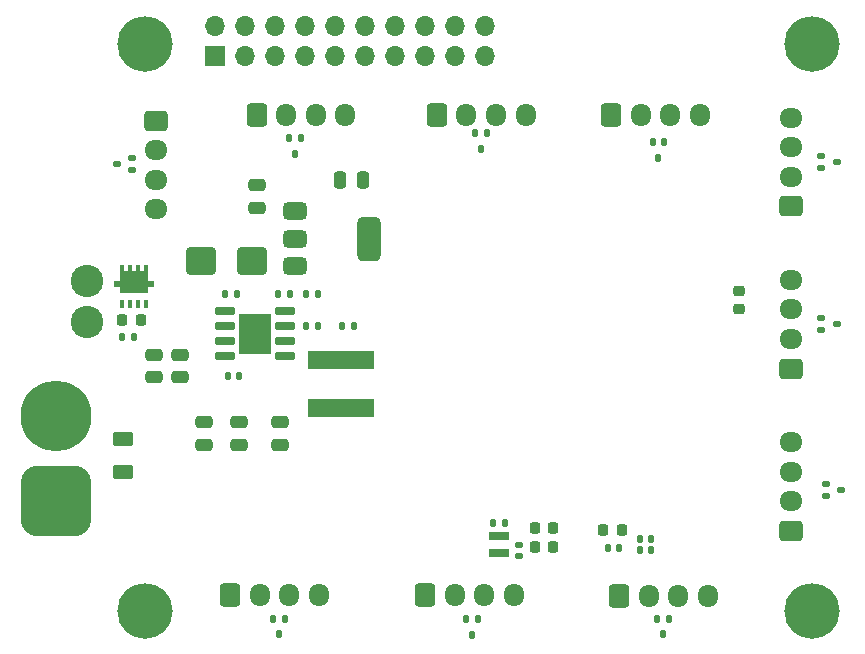
<source format=gbr>
%TF.GenerationSoftware,KiCad,Pcbnew,8.0.7*%
%TF.CreationDate,2025-02-10T20:26:25+01:00*%
%TF.ProjectId,test1,74657374-312e-46b6-9963-61645f706362,rev?*%
%TF.SameCoordinates,Original*%
%TF.FileFunction,Soldermask,Bot*%
%TF.FilePolarity,Negative*%
%FSLAX46Y46*%
G04 Gerber Fmt 4.6, Leading zero omitted, Abs format (unit mm)*
G04 Created by KiCad (PCBNEW 8.0.7) date 2025-02-10 20:26:25*
%MOMM*%
%LPD*%
G01*
G04 APERTURE LIST*
G04 Aperture macros list*
%AMRoundRect*
0 Rectangle with rounded corners*
0 $1 Rounding radius*
0 $2 $3 $4 $5 $6 $7 $8 $9 X,Y pos of 4 corners*
0 Add a 4 corners polygon primitive as box body*
4,1,4,$2,$3,$4,$5,$6,$7,$8,$9,$2,$3,0*
0 Add four circle primitives for the rounded corners*
1,1,$1+$1,$2,$3*
1,1,$1+$1,$4,$5*
1,1,$1+$1,$6,$7*
1,1,$1+$1,$8,$9*
0 Add four rect primitives between the rounded corners*
20,1,$1+$1,$2,$3,$4,$5,0*
20,1,$1+$1,$4,$5,$6,$7,0*
20,1,$1+$1,$6,$7,$8,$9,0*
20,1,$1+$1,$8,$9,$2,$3,0*%
G04 Aperture macros list end*
%ADD10R,1.800000X0.800000*%
%ADD11RoundRect,0.250000X-0.600000X-0.725000X0.600000X-0.725000X0.600000X0.725000X-0.600000X0.725000X0*%
%ADD12O,1.700000X1.950000*%
%ADD13C,2.743200*%
%ADD14RoundRect,0.250000X-0.725000X0.600000X-0.725000X-0.600000X0.725000X-0.600000X0.725000X0.600000X0*%
%ADD15O,1.950000X1.700000*%
%ADD16RoundRect,0.140000X-0.170000X0.140000X-0.170000X-0.140000X0.170000X-0.140000X0.170000X0.140000X0*%
%ADD17RoundRect,0.250000X0.725000X-0.600000X0.725000X0.600000X-0.725000X0.600000X-0.725000X-0.600000X0*%
%ADD18C,4.700000*%
%ADD19RoundRect,1.500000X1.500000X-1.500000X1.500000X1.500000X-1.500000X1.500000X-1.500000X-1.500000X0*%
%ADD20C,6.000000*%
%ADD21R,0.420000X0.660000*%
%ADD22R,0.545000X0.570000*%
%ADD23R,0.420000X0.470000*%
%ADD24R,2.370000X1.830000*%
%ADD25RoundRect,0.140000X-0.140000X-0.170000X0.140000X-0.170000X0.140000X0.170000X-0.140000X0.170000X0*%
%ADD26RoundRect,0.250000X-0.475000X0.250000X-0.475000X-0.250000X0.475000X-0.250000X0.475000X0.250000X0*%
%ADD27RoundRect,0.135000X0.135000X0.185000X-0.135000X0.185000X-0.135000X-0.185000X0.135000X-0.185000X0*%
%ADD28R,5.600000X1.505000*%
%ADD29RoundRect,0.125000X-0.125000X0.175000X-0.125000X-0.175000X0.125000X-0.175000X0.125000X0.175000X0*%
%ADD30RoundRect,0.250000X0.625000X-0.375000X0.625000X0.375000X-0.625000X0.375000X-0.625000X-0.375000X0*%
%ADD31RoundRect,0.218750X-0.218750X-0.256250X0.218750X-0.256250X0.218750X0.256250X-0.218750X0.256250X0*%
%ADD32RoundRect,0.250000X0.475000X-0.250000X0.475000X0.250000X-0.475000X0.250000X-0.475000X-0.250000X0*%
%ADD33RoundRect,0.250000X1.000000X0.900000X-1.000000X0.900000X-1.000000X-0.900000X1.000000X-0.900000X0*%
%ADD34RoundRect,0.225000X-0.250000X0.225000X-0.250000X-0.225000X0.250000X-0.225000X0.250000X0.225000X0*%
%ADD35RoundRect,0.135000X-0.135000X-0.185000X0.135000X-0.185000X0.135000X0.185000X-0.135000X0.185000X0*%
%ADD36RoundRect,0.140000X0.140000X0.170000X-0.140000X0.170000X-0.140000X-0.170000X0.140000X-0.170000X0*%
%ADD37RoundRect,0.125000X-0.175000X-0.125000X0.175000X-0.125000X0.175000X0.125000X-0.175000X0.125000X0*%
%ADD38RoundRect,0.375000X-0.625000X-0.375000X0.625000X-0.375000X0.625000X0.375000X-0.625000X0.375000X0*%
%ADD39RoundRect,0.500000X-0.500000X-1.400000X0.500000X-1.400000X0.500000X1.400000X-0.500000X1.400000X0*%
%ADD40RoundRect,0.225000X-0.225000X-0.250000X0.225000X-0.250000X0.225000X0.250000X-0.225000X0.250000X0*%
%ADD41RoundRect,0.125000X0.175000X0.125000X-0.175000X0.125000X-0.175000X-0.125000X0.175000X-0.125000X0*%
%ADD42R,2.710000X3.400000*%
%ADD43RoundRect,0.150000X-0.737500X-0.150000X0.737500X-0.150000X0.737500X0.150000X-0.737500X0.150000X0*%
%ADD44R,1.700000X1.700000*%
%ADD45O,1.700000X1.700000*%
%ADD46RoundRect,0.250000X0.250000X0.475000X-0.250000X0.475000X-0.250000X-0.475000X0.250000X-0.475000X0*%
%ADD47RoundRect,0.218750X0.218750X0.256250X-0.218750X0.256250X-0.218750X-0.256250X0.218750X-0.256250X0*%
G04 APERTURE END LIST*
D10*
%TO.C,L2*%
X84000000Y-97100000D03*
X84000000Y-95700000D03*
%TD*%
D11*
%TO.C,UART10*%
X61250000Y-100700000D03*
D12*
X63750000Y-100700000D03*
X66250000Y-100700000D03*
X68750000Y-100700000D03*
%TD*%
D13*
%TO.C,ARU1*%
X49100000Y-77550000D03*
X49100000Y-74050000D03*
%TD*%
D14*
%TO.C,UART2*%
X55000000Y-60500000D03*
D15*
X55000000Y-63000000D03*
X55000000Y-65500000D03*
X55000000Y-68000000D03*
%TD*%
D16*
%TO.C,C46*%
X85700000Y-96420000D03*
X85700000Y-97380000D03*
%TD*%
D17*
%TO.C,UART1*%
X108700000Y-67750000D03*
D15*
X108700000Y-65250000D03*
X108700000Y-62750000D03*
X108700000Y-60250000D03*
%TD*%
D17*
%TO.C,UART5*%
X108700000Y-81500000D03*
D15*
X108700000Y-79000000D03*
X108700000Y-76500000D03*
X108700000Y-74000000D03*
%TD*%
D18*
%TO.C,H4*%
X110500000Y-54000000D03*
%TD*%
%TO.C,H2*%
X54000000Y-102000000D03*
%TD*%
D17*
%TO.C,UART3*%
X108700000Y-95250000D03*
D15*
X108700000Y-92750000D03*
X108700000Y-90250000D03*
X108700000Y-87750000D03*
%TD*%
D18*
%TO.C,H3*%
X110500000Y-102000000D03*
%TD*%
D11*
%TO.C,UART4*%
X77750000Y-100700000D03*
D12*
X80250000Y-100700000D03*
X82750000Y-100700000D03*
X85250000Y-100700000D03*
%TD*%
D11*
%TO.C,LIDAR1*%
X93500000Y-60000000D03*
D12*
X96000000Y-60000000D03*
X98500000Y-60000000D03*
X101000000Y-60000000D03*
%TD*%
D11*
%TO.C,UART8*%
X78750000Y-60000000D03*
D12*
X81250000Y-60000000D03*
X83750000Y-60000000D03*
X86250000Y-60000000D03*
%TD*%
D11*
%TO.C,UART6*%
X63500000Y-60000000D03*
D12*
X66000000Y-60000000D03*
X68500000Y-60000000D03*
X71000000Y-60000000D03*
%TD*%
D19*
%TO.C,BT1*%
X46500000Y-92700000D03*
D20*
X46500000Y-85500000D03*
%TD*%
D18*
%TO.C,H1*%
X54000000Y-54000000D03*
%TD*%
D11*
%TO.C,UART7*%
X94200000Y-100800000D03*
D12*
X96700000Y-100800000D03*
X99200000Y-100800000D03*
X101700000Y-100800000D03*
%TD*%
D21*
%TO.C,Q1*%
X52125000Y-76070000D03*
D22*
X51642500Y-74315000D03*
D23*
X52125000Y-72985000D03*
X52775000Y-72985000D03*
D24*
X53100000Y-74135000D03*
D23*
X53425000Y-72985000D03*
X54075000Y-72985000D03*
D22*
X54557500Y-74315000D03*
D21*
X52775000Y-76070000D03*
X53425000Y-76070000D03*
X54075000Y-76070000D03*
%TD*%
D25*
%TO.C,C3*%
X70752500Y-77900000D03*
X71712500Y-77900000D03*
%TD*%
D26*
%TO.C,C6*%
X65500000Y-86050000D03*
X65500000Y-87950000D03*
%TD*%
D25*
%TO.C,C36*%
X95920000Y-95900000D03*
X96880000Y-95900000D03*
%TD*%
D27*
%TO.C,R6*%
X66312500Y-75200000D03*
X65292500Y-75200000D03*
%TD*%
D26*
%TO.C,C8*%
X62000000Y-86050000D03*
X62000000Y-87950000D03*
%TD*%
D28*
%TO.C,L1*%
X70600000Y-80800000D03*
X70600000Y-84805000D03*
%TD*%
D29*
%TO.C,D6*%
X66200000Y-62000000D03*
X67200000Y-62000000D03*
X66700000Y-63300000D03*
%TD*%
D30*
%TO.C,F1*%
X52200000Y-90300000D03*
X52200000Y-87500000D03*
%TD*%
D31*
%TO.C,L3*%
X92800000Y-95200000D03*
X94375000Y-95200000D03*
%TD*%
D32*
%TO.C,C9*%
X63500000Y-67900000D03*
X63500000Y-66000000D03*
%TD*%
D33*
%TO.C,D10*%
X63050000Y-72400000D03*
X58750000Y-72400000D03*
%TD*%
D34*
%TO.C,C48*%
X104300000Y-74925000D03*
X104300000Y-76475000D03*
%TD*%
D35*
%TO.C,R3*%
X67690000Y-77900000D03*
X68710000Y-77900000D03*
%TD*%
D36*
%TO.C,C34*%
X94180000Y-96700000D03*
X93220000Y-96700000D03*
%TD*%
D37*
%TO.C,D1*%
X111300000Y-64500000D03*
X111300000Y-63500000D03*
X112600000Y-64000000D03*
%TD*%
D29*
%TO.C,D8*%
X82000000Y-61600000D03*
X83000000Y-61600000D03*
X82500000Y-62900000D03*
%TD*%
D38*
%TO.C,U4*%
X66700000Y-72800000D03*
X66700000Y-70500000D03*
D39*
X73000000Y-70500000D03*
D38*
X66700000Y-68200000D03*
%TD*%
D26*
%TO.C,C4*%
X59000000Y-86050000D03*
X59000000Y-87950000D03*
%TD*%
D40*
%TO.C,C47*%
X87025000Y-95000000D03*
X88575000Y-95000000D03*
%TD*%
D25*
%TO.C,C35*%
X95920000Y-96900000D03*
X96880000Y-96900000D03*
%TD*%
D26*
%TO.C,C7*%
X54800000Y-80350000D03*
X54800000Y-82250000D03*
%TD*%
D41*
%TO.C,D5*%
X52950000Y-63700000D03*
X52950000Y-64700000D03*
X51650000Y-64200000D03*
%TD*%
D35*
%TO.C,R2*%
X60790000Y-75200000D03*
X61810000Y-75200000D03*
%TD*%
D29*
%TO.C,D9*%
X97000000Y-62350000D03*
X98000000Y-62350000D03*
X97500000Y-63650000D03*
%TD*%
D42*
%TO.C,U3*%
X63337500Y-78535000D03*
D43*
X60775000Y-80440000D03*
X60775000Y-79170000D03*
X60775000Y-77900000D03*
X60775000Y-76630000D03*
X65900000Y-76630000D03*
X65900000Y-77900000D03*
X65900000Y-79170000D03*
X65900000Y-80440000D03*
%TD*%
D29*
%TO.C,D7*%
X97400000Y-102700000D03*
X98400000Y-102700000D03*
X97900000Y-104000000D03*
%TD*%
D27*
%TO.C,R5*%
X68712500Y-75200000D03*
X67692500Y-75200000D03*
%TD*%
D25*
%TO.C,C5*%
X61052500Y-82100000D03*
X62012500Y-82100000D03*
%TD*%
%TO.C,C11*%
X83520000Y-94600000D03*
X84480000Y-94600000D03*
%TD*%
D44*
%TO.C,J3*%
X59920000Y-55000000D03*
D45*
X59920000Y-52460000D03*
X62460000Y-55000000D03*
X62460000Y-52460000D03*
X65000000Y-55000000D03*
X65000000Y-52460000D03*
X67540000Y-55000000D03*
X67540000Y-52460000D03*
X70080000Y-55000000D03*
X70080000Y-52460000D03*
X72620000Y-55000000D03*
X72620000Y-52460000D03*
X75160000Y-55000000D03*
X75160000Y-52460000D03*
X77700000Y-55000000D03*
X77700000Y-52460000D03*
X80240000Y-55000000D03*
X80240000Y-52460000D03*
X82780000Y-55000000D03*
X82780000Y-52460000D03*
%TD*%
D35*
%TO.C,R1*%
X52090000Y-78800000D03*
X53110000Y-78800000D03*
%TD*%
D46*
%TO.C,C10*%
X72450000Y-65500000D03*
X70550000Y-65500000D03*
%TD*%
D40*
%TO.C,C49*%
X87025000Y-96600000D03*
X88575000Y-96600000D03*
%TD*%
D47*
%TO.C,D11*%
X53675000Y-77370000D03*
X52100000Y-77370000D03*
%TD*%
D37*
%TO.C,D2*%
X111700000Y-92300000D03*
X111700000Y-91300000D03*
X113000000Y-91800000D03*
%TD*%
D29*
%TO.C,D22*%
X81200000Y-102725000D03*
X82200000Y-102725000D03*
X81700000Y-104025000D03*
%TD*%
D37*
%TO.C,D4*%
X111300000Y-78200000D03*
X111300000Y-77200000D03*
X112600000Y-77700000D03*
%TD*%
D29*
%TO.C,D3*%
X64900000Y-102700000D03*
X65900000Y-102700000D03*
X65400000Y-104000000D03*
%TD*%
D26*
%TO.C,C2*%
X57000000Y-80350000D03*
X57000000Y-82250000D03*
%TD*%
M02*

</source>
